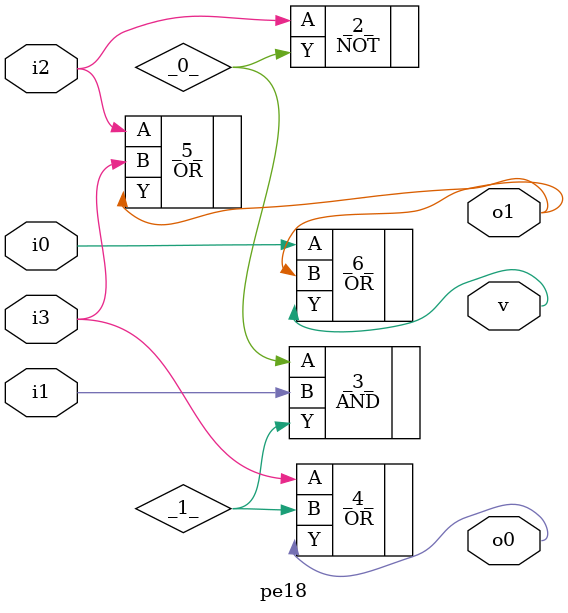
<source format=v>
/* Generated by Yosys 0.41+83 (git sha1 7045cf509, x86_64-w64-mingw32-g++ 13.2.1 -Os) */

/* cells_not_processed =  1  */
/* src = "pe18.v:1.1-10.10" */
module pe18(i3, i2, i1, i0, o0, o1, v);
  wire _0_;
  wire _1_;
  /* src = "pe18.v:3.20-3.22" */
  input i0;
  wire i0;
  /* src = "pe18.v:3.17-3.19" */
  input i1;
  wire i1;
  /* src = "pe18.v:3.14-3.16" */
  input i2;
  wire i2;
  /* src = "pe18.v:3.11-3.13" */
  input i3;
  wire i3;
  /* src = "pe18.v:4.12-4.14" */
  output o0;
  wire o0;
  /* src = "pe18.v:4.15-4.17" */
  output o1;
  wire o1;
  /* src = "pe18.v:4.18-4.19" */
  output v;
  wire v;
  NOT _2_ (
    .A(i2),
    .Y(_0_)
  );
  AND _3_ (
    .A(_0_),
    .B(i1),
    .Y(_1_)
  );
  OR _4_ (
    .A(i3),
    .B(_1_),
    .Y(o0)
  );
  OR _5_ (
    .A(i2),
    .B(i3),
    .Y(o1)
  );
  OR _6_ (
    .A(i0),
    .B(o1),
    .Y(v)
  );
endmodule

</source>
